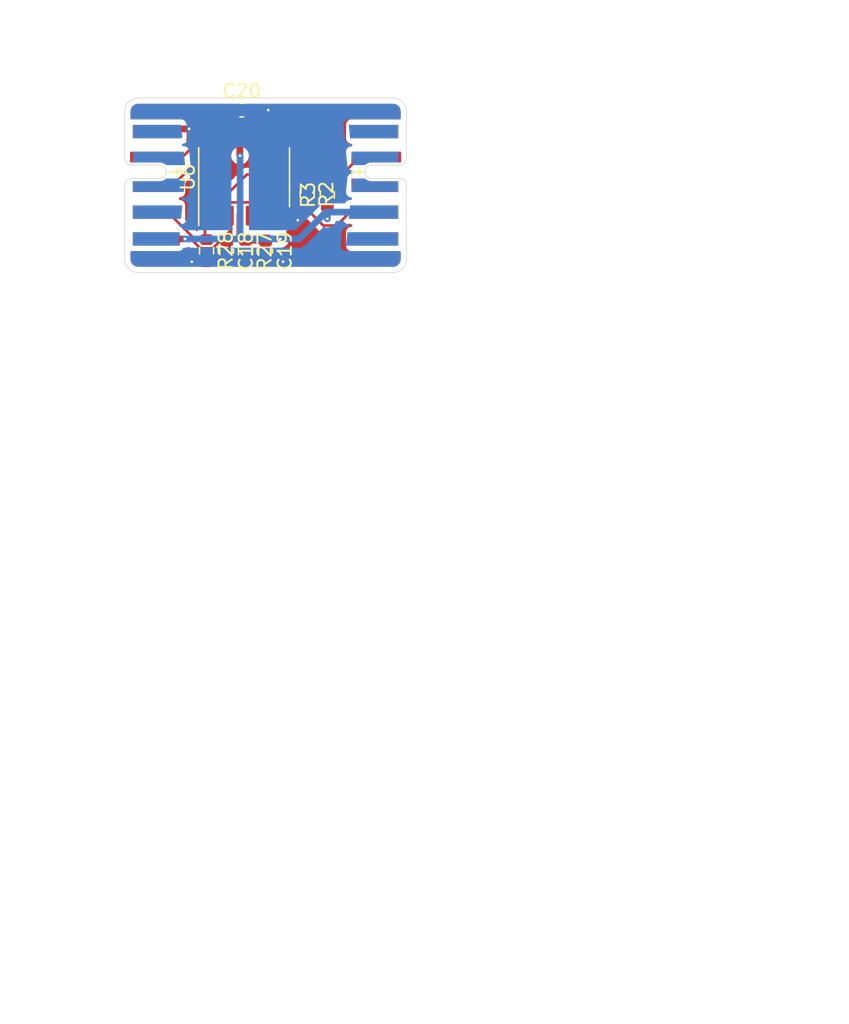
<source format=kicad_pcb>
(kicad_pcb (version 20171130) (host pcbnew "(5.1.10)-1")

  (general
    (thickness 1.6)
    (drawings 10)
    (tracks 86)
    (zones 0)
    (modules 10)
    (nets 9)
  )

  (page A4)
  (layers
    (0 F.Cu signal)
    (31 B.Cu signal)
    (32 B.Adhes user)
    (33 F.Adhes user)
    (34 B.Paste user)
    (35 F.Paste user)
    (36 B.SilkS user)
    (37 F.SilkS user)
    (38 B.Mask user)
    (39 F.Mask user)
    (40 Dwgs.User user)
    (41 Cmts.User user)
    (42 Eco1.User user)
    (43 Eco2.User user)
    (44 Edge.Cuts user)
    (45 Margin user)
    (46 B.CrtYd user)
    (47 F.CrtYd user)
    (48 B.Fab user)
    (49 F.Fab user)
  )

  (setup
    (last_trace_width 0.15)
    (user_trace_width 0.2)
    (user_trace_width 0.5)
    (trace_clearance 0.15)
    (zone_clearance 0.4)
    (zone_45_only no)
    (trace_min 0.15)
    (via_size 0.45)
    (via_drill 0.2)
    (via_min_size 0.45)
    (via_min_drill 0.2)
    (uvia_size 0.3)
    (uvia_drill 0.1)
    (uvias_allowed no)
    (uvia_min_size 0.2)
    (uvia_min_drill 0.1)
    (edge_width 0.05)
    (segment_width 0.2)
    (pcb_text_width 0.3)
    (pcb_text_size 1.5 1.5)
    (mod_edge_width 0.12)
    (mod_text_size 1 1)
    (mod_text_width 0.15)
    (pad_size 1.524 1.524)
    (pad_drill 0.762)
    (pad_to_mask_clearance 0.04)
    (solder_mask_min_width 0.1)
    (aux_axis_origin 0 0)
    (visible_elements 7FFFFFFF)
    (pcbplotparams
      (layerselection 0x010fc_ffffffff)
      (usegerberextensions false)
      (usegerberattributes false)
      (usegerberadvancedattributes false)
      (creategerberjobfile false)
      (excludeedgelayer true)
      (linewidth 0.100000)
      (plotframeref false)
      (viasonmask false)
      (mode 1)
      (useauxorigin false)
      (hpglpennumber 1)
      (hpglpenspeed 20)
      (hpglpendiameter 15.000000)
      (psnegative false)
      (psa4output false)
      (plotreference true)
      (plotvalue true)
      (plotinvisibletext false)
      (padsonsilk false)
      (subtractmaskfromsilk false)
      (outputformat 1)
      (mirror false)
      (drillshape 0)
      (scaleselection 1)
      (outputdirectory "gerber"))
  )

  (net 0 "")
  (net 1 GND)
  (net 2 /Controller/~reset)
  (net 3 +3V3)
  (net 4 /Controller/SWDIO)
  (net 5 /Controller/SWCLK)
  (net 6 /Controller/SDA)
  (net 7 /Controller/SCL)
  (net 8 "Net-(R28-Pad1)")

  (net_class Default "This is the default net class."
    (clearance 0.15)
    (trace_width 0.15)
    (via_dia 0.45)
    (via_drill 0.2)
    (uvia_dia 0.3)
    (uvia_drill 0.1)
    (add_net +3V3)
    (add_net /Controller/SCL)
    (add_net /Controller/SDA)
    (add_net /Controller/SWCLK)
    (add_net /Controller/SWDIO)
    (add_net /Controller/~reset)
    (add_net GND)
    (add_net "Net-(R28-Pad1)")
  )

  (module Resistor_SMD:R_0603_1608Metric (layer F.Cu) (tedit 5F68FEEE) (tstamp 6083883C)
    (at 83.1 85.375 270)
    (descr "Resistor SMD 0603 (1608 Metric), square (rectangular) end terminal, IPC_7351 nominal, (Body size source: IPC-SM-782 page 72, https://www.pcb-3d.com/wordpress/wp-content/uploads/ipc-sm-782a_amendment_1_and_2.pdf), generated with kicad-footprint-generator")
    (tags resistor)
    (path /6083C3A8/5F9075BA)
    (attr smd)
    (fp_text reference R28 (at 0 -1.43 90) (layer F.SilkS)
      (effects (font (size 1 1) (thickness 0.15)))
    )
    (fp_text value 10k (at 0 1.43 90) (layer F.Fab)
      (effects (font (size 1 1) (thickness 0.15)))
    )
    (fp_line (start 1.48 0.73) (end -1.48 0.73) (layer F.CrtYd) (width 0.05))
    (fp_line (start 1.48 -0.73) (end 1.48 0.73) (layer F.CrtYd) (width 0.05))
    (fp_line (start -1.48 -0.73) (end 1.48 -0.73) (layer F.CrtYd) (width 0.05))
    (fp_line (start -1.48 0.73) (end -1.48 -0.73) (layer F.CrtYd) (width 0.05))
    (fp_line (start -0.237258 0.5225) (end 0.237258 0.5225) (layer F.SilkS) (width 0.12))
    (fp_line (start -0.237258 -0.5225) (end 0.237258 -0.5225) (layer F.SilkS) (width 0.12))
    (fp_line (start 0.8 0.4125) (end -0.8 0.4125) (layer F.Fab) (width 0.1))
    (fp_line (start 0.8 -0.4125) (end 0.8 0.4125) (layer F.Fab) (width 0.1))
    (fp_line (start -0.8 -0.4125) (end 0.8 -0.4125) (layer F.Fab) (width 0.1))
    (fp_line (start -0.8 0.4125) (end -0.8 -0.4125) (layer F.Fab) (width 0.1))
    (fp_text user %R (at 0 0 90) (layer F.Fab)
      (effects (font (size 0.4 0.4) (thickness 0.06)))
    )
    (pad 2 smd roundrect (at 0.825 0 270) (size 0.8 0.95) (layers F.Cu F.Paste F.Mask) (roundrect_rratio 0.25)
      (net 1 GND))
    (pad 1 smd roundrect (at -0.825 0 270) (size 0.8 0.95) (layers F.Cu F.Paste F.Mask) (roundrect_rratio 0.25)
      (net 8 "Net-(R28-Pad1)"))
    (model ${KISYS3DMOD}/Resistor_SMD.3dshapes/R_0603_1608Metric.wrl
      (at (xyz 0 0 0))
      (scale (xyz 1 1 1))
      (rotate (xyz 0 0 0))
    )
  )

  (module Resistor_SMD:R_0603_1608Metric (layer F.Cu) (tedit 5F68FEEE) (tstamp 6083882B)
    (at 86 85.425 270)
    (descr "Resistor SMD 0603 (1608 Metric), square (rectangular) end terminal, IPC_7351 nominal, (Body size source: IPC-SM-782 page 72, https://www.pcb-3d.com/wordpress/wp-content/uploads/ipc-sm-782a_amendment_1_and_2.pdf), generated with kicad-footprint-generator")
    (tags resistor)
    (path /6083C3A8/5F905A62)
    (attr smd)
    (fp_text reference R27 (at 0 -1.43 90) (layer F.SilkS)
      (effects (font (size 1 1) (thickness 0.15)))
    )
    (fp_text value 2.2k (at 0 1.43 90) (layer F.Fab)
      (effects (font (size 1 1) (thickness 0.15)))
    )
    (fp_line (start 1.48 0.73) (end -1.48 0.73) (layer F.CrtYd) (width 0.05))
    (fp_line (start 1.48 -0.73) (end 1.48 0.73) (layer F.CrtYd) (width 0.05))
    (fp_line (start -1.48 -0.73) (end 1.48 -0.73) (layer F.CrtYd) (width 0.05))
    (fp_line (start -1.48 0.73) (end -1.48 -0.73) (layer F.CrtYd) (width 0.05))
    (fp_line (start -0.237258 0.5225) (end 0.237258 0.5225) (layer F.SilkS) (width 0.12))
    (fp_line (start -0.237258 -0.5225) (end 0.237258 -0.5225) (layer F.SilkS) (width 0.12))
    (fp_line (start 0.8 0.4125) (end -0.8 0.4125) (layer F.Fab) (width 0.1))
    (fp_line (start 0.8 -0.4125) (end 0.8 0.4125) (layer F.Fab) (width 0.1))
    (fp_line (start -0.8 -0.4125) (end 0.8 -0.4125) (layer F.Fab) (width 0.1))
    (fp_line (start -0.8 0.4125) (end -0.8 -0.4125) (layer F.Fab) (width 0.1))
    (fp_text user %R (at 0 0 90) (layer F.Fab)
      (effects (font (size 0.4 0.4) (thickness 0.06)))
    )
    (pad 2 smd roundrect (at 0.825 0 270) (size 0.8 0.95) (layers F.Cu F.Paste F.Mask) (roundrect_rratio 0.25)
      (net 2 /Controller/~reset))
    (pad 1 smd roundrect (at -0.825 0 270) (size 0.8 0.95) (layers F.Cu F.Paste F.Mask) (roundrect_rratio 0.25)
      (net 3 +3V3))
    (model ${KISYS3DMOD}/Resistor_SMD.3dshapes/R_0603_1608Metric.wrl
      (at (xyz 0 0 0))
      (scale (xyz 1 1 1))
      (rotate (xyz 0 0 0))
    )
  )

  (module Resistor_SMD:R_0603_1608Metric (layer F.Cu) (tedit 5F68FEEE) (tstamp 6083881A)
    (at 92.1 81.225 90)
    (descr "Resistor SMD 0603 (1608 Metric), square (rectangular) end terminal, IPC_7351 nominal, (Body size source: IPC-SM-782 page 72, https://www.pcb-3d.com/wordpress/wp-content/uploads/ipc-sm-782a_amendment_1_and_2.pdf), generated with kicad-footprint-generator")
    (tags resistor)
    (path /6083C3A8/5F9063F2)
    (attr smd)
    (fp_text reference R3 (at 0 -1.43 90) (layer F.SilkS)
      (effects (font (size 1 1) (thickness 0.15)))
    )
    (fp_text value 2.2k (at 0 1.43 90) (layer F.Fab)
      (effects (font (size 1 1) (thickness 0.15)))
    )
    (fp_line (start 1.48 0.73) (end -1.48 0.73) (layer F.CrtYd) (width 0.05))
    (fp_line (start 1.48 -0.73) (end 1.48 0.73) (layer F.CrtYd) (width 0.05))
    (fp_line (start -1.48 -0.73) (end 1.48 -0.73) (layer F.CrtYd) (width 0.05))
    (fp_line (start -1.48 0.73) (end -1.48 -0.73) (layer F.CrtYd) (width 0.05))
    (fp_line (start -0.237258 0.5225) (end 0.237258 0.5225) (layer F.SilkS) (width 0.12))
    (fp_line (start -0.237258 -0.5225) (end 0.237258 -0.5225) (layer F.SilkS) (width 0.12))
    (fp_line (start 0.8 0.4125) (end -0.8 0.4125) (layer F.Fab) (width 0.1))
    (fp_line (start 0.8 -0.4125) (end 0.8 0.4125) (layer F.Fab) (width 0.1))
    (fp_line (start -0.8 -0.4125) (end 0.8 -0.4125) (layer F.Fab) (width 0.1))
    (fp_line (start -0.8 0.4125) (end -0.8 -0.4125) (layer F.Fab) (width 0.1))
    (fp_text user %R (at 0 0 90) (layer F.Fab)
      (effects (font (size 0.4 0.4) (thickness 0.06)))
    )
    (pad 2 smd roundrect (at 0.825 0 90) (size 0.8 0.95) (layers F.Cu F.Paste F.Mask) (roundrect_rratio 0.25)
      (net 6 /Controller/SDA))
    (pad 1 smd roundrect (at -0.825 0 90) (size 0.8 0.95) (layers F.Cu F.Paste F.Mask) (roundrect_rratio 0.25)
      (net 3 +3V3))
    (model ${KISYS3DMOD}/Resistor_SMD.3dshapes/R_0603_1608Metric.wrl
      (at (xyz 0 0 0))
      (scale (xyz 1 1 1))
      (rotate (xyz 0 0 0))
    )
  )

  (module Resistor_SMD:R_0603_1608Metric (layer F.Cu) (tedit 5F68FEEE) (tstamp 60838809)
    (at 90.6 81.175 270)
    (descr "Resistor SMD 0603 (1608 Metric), square (rectangular) end terminal, IPC_7351 nominal, (Body size source: IPC-SM-782 page 72, https://www.pcb-3d.com/wordpress/wp-content/uploads/ipc-sm-782a_amendment_1_and_2.pdf), generated with kicad-footprint-generator")
    (tags resistor)
    (path /6083C3A8/5F906884)
    (attr smd)
    (fp_text reference R2 (at 0 -1.43 90) (layer F.SilkS)
      (effects (font (size 1 1) (thickness 0.15)))
    )
    (fp_text value 2.2k (at 0 1.43 90) (layer F.Fab)
      (effects (font (size 1 1) (thickness 0.15)))
    )
    (fp_line (start 1.48 0.73) (end -1.48 0.73) (layer F.CrtYd) (width 0.05))
    (fp_line (start 1.48 -0.73) (end 1.48 0.73) (layer F.CrtYd) (width 0.05))
    (fp_line (start -1.48 -0.73) (end 1.48 -0.73) (layer F.CrtYd) (width 0.05))
    (fp_line (start -1.48 0.73) (end -1.48 -0.73) (layer F.CrtYd) (width 0.05))
    (fp_line (start -0.237258 0.5225) (end 0.237258 0.5225) (layer F.SilkS) (width 0.12))
    (fp_line (start -0.237258 -0.5225) (end 0.237258 -0.5225) (layer F.SilkS) (width 0.12))
    (fp_line (start 0.8 0.4125) (end -0.8 0.4125) (layer F.Fab) (width 0.1))
    (fp_line (start 0.8 -0.4125) (end 0.8 0.4125) (layer F.Fab) (width 0.1))
    (fp_line (start -0.8 -0.4125) (end 0.8 -0.4125) (layer F.Fab) (width 0.1))
    (fp_line (start -0.8 0.4125) (end -0.8 -0.4125) (layer F.Fab) (width 0.1))
    (fp_text user %R (at 0 0 90) (layer F.Fab)
      (effects (font (size 0.4 0.4) (thickness 0.06)))
    )
    (pad 2 smd roundrect (at 0.825 0 270) (size 0.8 0.95) (layers F.Cu F.Paste F.Mask) (roundrect_rratio 0.25)
      (net 7 /Controller/SCL))
    (pad 1 smd roundrect (at -0.825 0 270) (size 0.8 0.95) (layers F.Cu F.Paste F.Mask) (roundrect_rratio 0.25)
      (net 3 +3V3))
    (model ${KISYS3DMOD}/Resistor_SMD.3dshapes/R_0603_1608Metric.wrl
      (at (xyz 0 0 0))
      (scale (xyz 1 1 1))
      (rotate (xyz 0 0 0))
    )
  )

  (module Capacitor_SMD:C_0603_1608Metric (layer F.Cu) (tedit 5F68FEEE) (tstamp 608387B8)
    (at 85.725 74.9)
    (descr "Capacitor SMD 0603 (1608 Metric), square (rectangular) end terminal, IPC_7351 nominal, (Body size source: IPC-SM-782 page 76, https://www.pcb-3d.com/wordpress/wp-content/uploads/ipc-sm-782a_amendment_1_and_2.pdf), generated with kicad-footprint-generator")
    (tags capacitor)
    (path /6083C3A8/5F9086D7)
    (attr smd)
    (fp_text reference C20 (at 0 -1.43) (layer F.SilkS)
      (effects (font (size 1 1) (thickness 0.15)))
    )
    (fp_text value 100nF (at 0 1.43) (layer F.Fab)
      (effects (font (size 1 1) (thickness 0.15)))
    )
    (fp_line (start 1.48 0.73) (end -1.48 0.73) (layer F.CrtYd) (width 0.05))
    (fp_line (start 1.48 -0.73) (end 1.48 0.73) (layer F.CrtYd) (width 0.05))
    (fp_line (start -1.48 -0.73) (end 1.48 -0.73) (layer F.CrtYd) (width 0.05))
    (fp_line (start -1.48 0.73) (end -1.48 -0.73) (layer F.CrtYd) (width 0.05))
    (fp_line (start -0.14058 0.51) (end 0.14058 0.51) (layer F.SilkS) (width 0.12))
    (fp_line (start -0.14058 -0.51) (end 0.14058 -0.51) (layer F.SilkS) (width 0.12))
    (fp_line (start 0.8 0.4) (end -0.8 0.4) (layer F.Fab) (width 0.1))
    (fp_line (start 0.8 -0.4) (end 0.8 0.4) (layer F.Fab) (width 0.1))
    (fp_line (start -0.8 -0.4) (end 0.8 -0.4) (layer F.Fab) (width 0.1))
    (fp_line (start -0.8 0.4) (end -0.8 -0.4) (layer F.Fab) (width 0.1))
    (fp_text user %R (at 0 0) (layer F.Fab)
      (effects (font (size 0.4 0.4) (thickness 0.06)))
    )
    (pad 2 smd roundrect (at 0.775 0) (size 0.9 0.95) (layers F.Cu F.Paste F.Mask) (roundrect_rratio 0.25)
      (net 1 GND))
    (pad 1 smd roundrect (at -0.775 0) (size 0.9 0.95) (layers F.Cu F.Paste F.Mask) (roundrect_rratio 0.25)
      (net 3 +3V3))
    (model ${KISYS3DMOD}/Capacitor_SMD.3dshapes/C_0603_1608Metric.wrl
      (at (xyz 0 0 0))
      (scale (xyz 1 1 1))
      (rotate (xyz 0 0 0))
    )
  )

  (module Capacitor_SMD:C_0603_1608Metric (layer F.Cu) (tedit 5F68FEEE) (tstamp 608387A7)
    (at 87.5 85.4 270)
    (descr "Capacitor SMD 0603 (1608 Metric), square (rectangular) end terminal, IPC_7351 nominal, (Body size source: IPC-SM-782 page 76, https://www.pcb-3d.com/wordpress/wp-content/uploads/ipc-sm-782a_amendment_1_and_2.pdf), generated with kicad-footprint-generator")
    (tags capacitor)
    (path /6083C3A8/5F90831D)
    (attr smd)
    (fp_text reference C19 (at 0 -1.43 90) (layer F.SilkS)
      (effects (font (size 1 1) (thickness 0.15)))
    )
    (fp_text value 100nF (at 0 1.43 90) (layer F.Fab)
      (effects (font (size 1 1) (thickness 0.15)))
    )
    (fp_line (start 1.48 0.73) (end -1.48 0.73) (layer F.CrtYd) (width 0.05))
    (fp_line (start 1.48 -0.73) (end 1.48 0.73) (layer F.CrtYd) (width 0.05))
    (fp_line (start -1.48 -0.73) (end 1.48 -0.73) (layer F.CrtYd) (width 0.05))
    (fp_line (start -1.48 0.73) (end -1.48 -0.73) (layer F.CrtYd) (width 0.05))
    (fp_line (start -0.14058 0.51) (end 0.14058 0.51) (layer F.SilkS) (width 0.12))
    (fp_line (start -0.14058 -0.51) (end 0.14058 -0.51) (layer F.SilkS) (width 0.12))
    (fp_line (start 0.8 0.4) (end -0.8 0.4) (layer F.Fab) (width 0.1))
    (fp_line (start 0.8 -0.4) (end 0.8 0.4) (layer F.Fab) (width 0.1))
    (fp_line (start -0.8 -0.4) (end 0.8 -0.4) (layer F.Fab) (width 0.1))
    (fp_line (start -0.8 0.4) (end -0.8 -0.4) (layer F.Fab) (width 0.1))
    (fp_text user %R (at 0 0 90) (layer F.Fab)
      (effects (font (size 0.4 0.4) (thickness 0.06)))
    )
    (pad 2 smd roundrect (at 0.775 0 270) (size 0.9 0.95) (layers F.Cu F.Paste F.Mask) (roundrect_rratio 0.25)
      (net 1 GND))
    (pad 1 smd roundrect (at -0.775 0 270) (size 0.9 0.95) (layers F.Cu F.Paste F.Mask) (roundrect_rratio 0.25)
      (net 3 +3V3))
    (model ${KISYS3DMOD}/Capacitor_SMD.3dshapes/C_0603_1608Metric.wrl
      (at (xyz 0 0 0))
      (scale (xyz 1 1 1))
      (rotate (xyz 0 0 0))
    )
  )

  (module Capacitor_SMD:C_0603_1608Metric (layer F.Cu) (tedit 5F68FEEE) (tstamp 60838796)
    (at 84.6 85.4 270)
    (descr "Capacitor SMD 0603 (1608 Metric), square (rectangular) end terminal, IPC_7351 nominal, (Body size source: IPC-SM-782 page 76, https://www.pcb-3d.com/wordpress/wp-content/uploads/ipc-sm-782a_amendment_1_and_2.pdf), generated with kicad-footprint-generator")
    (tags capacitor)
    (path /6083C3A8/5F903CFD)
    (attr smd)
    (fp_text reference C18 (at 0 -1.43 90) (layer F.SilkS)
      (effects (font (size 1 1) (thickness 0.15)))
    )
    (fp_text value 100nF (at 0 1.43 90) (layer F.Fab)
      (effects (font (size 1 1) (thickness 0.15)))
    )
    (fp_line (start 1.48 0.73) (end -1.48 0.73) (layer F.CrtYd) (width 0.05))
    (fp_line (start 1.48 -0.73) (end 1.48 0.73) (layer F.CrtYd) (width 0.05))
    (fp_line (start -1.48 -0.73) (end 1.48 -0.73) (layer F.CrtYd) (width 0.05))
    (fp_line (start -1.48 0.73) (end -1.48 -0.73) (layer F.CrtYd) (width 0.05))
    (fp_line (start -0.14058 0.51) (end 0.14058 0.51) (layer F.SilkS) (width 0.12))
    (fp_line (start -0.14058 -0.51) (end 0.14058 -0.51) (layer F.SilkS) (width 0.12))
    (fp_line (start 0.8 0.4) (end -0.8 0.4) (layer F.Fab) (width 0.1))
    (fp_line (start 0.8 -0.4) (end 0.8 0.4) (layer F.Fab) (width 0.1))
    (fp_line (start -0.8 -0.4) (end 0.8 -0.4) (layer F.Fab) (width 0.1))
    (fp_line (start -0.8 0.4) (end -0.8 -0.4) (layer F.Fab) (width 0.1))
    (fp_text user %R (at 0 0 90) (layer F.Fab)
      (effects (font (size 0.4 0.4) (thickness 0.06)))
    )
    (pad 2 smd roundrect (at 0.775 0 270) (size 0.9 0.95) (layers F.Cu F.Paste F.Mask) (roundrect_rratio 0.25)
      (net 1 GND))
    (pad 1 smd roundrect (at -0.775 0 270) (size 0.9 0.95) (layers F.Cu F.Paste F.Mask) (roundrect_rratio 0.25)
      (net 2 /Controller/~reset))
    (model ${KISYS3DMOD}/Capacitor_SMD.3dshapes/C_0603_1608Metric.wrl
      (at (xyz 0 0 0))
      (scale (xyz 1 1 1))
      (rotate (xyz 0 0 0))
    )
  )

  (module Package_SO:TSSOP-20_4.4x6.5mm_P0.65mm (layer F.Cu) (tedit 5E476F32) (tstamp 60838862)
    (at 85.9 79.9 90)
    (descr "TSSOP, 20 Pin (JEDEC MO-153 Var AC https://www.jedec.org/document_search?search_api_views_fulltext=MO-153), generated with kicad-footprint-generator ipc_gullwing_generator.py")
    (tags "TSSOP SO")
    (path /6083C3A8/5F9012AA)
    (attr smd)
    (fp_text reference U6 (at 0 -4.2 90) (layer F.SilkS)
      (effects (font (size 1 1) (thickness 0.15)))
    )
    (fp_text value STM32F042F6Px (at 0 4.2 90) (layer F.Fab)
      (effects (font (size 1 1) (thickness 0.15)))
    )
    (fp_line (start 3.85 -3.5) (end -3.85 -3.5) (layer F.CrtYd) (width 0.05))
    (fp_line (start 3.85 3.5) (end 3.85 -3.5) (layer F.CrtYd) (width 0.05))
    (fp_line (start -3.85 3.5) (end 3.85 3.5) (layer F.CrtYd) (width 0.05))
    (fp_line (start -3.85 -3.5) (end -3.85 3.5) (layer F.CrtYd) (width 0.05))
    (fp_line (start -2.2 -2.25) (end -1.2 -3.25) (layer F.Fab) (width 0.1))
    (fp_line (start -2.2 3.25) (end -2.2 -2.25) (layer F.Fab) (width 0.1))
    (fp_line (start 2.2 3.25) (end -2.2 3.25) (layer F.Fab) (width 0.1))
    (fp_line (start 2.2 -3.25) (end 2.2 3.25) (layer F.Fab) (width 0.1))
    (fp_line (start -1.2 -3.25) (end 2.2 -3.25) (layer F.Fab) (width 0.1))
    (fp_line (start 0 -3.385) (end -3.6 -3.385) (layer F.SilkS) (width 0.12))
    (fp_line (start 0 -3.385) (end 2.2 -3.385) (layer F.SilkS) (width 0.12))
    (fp_line (start 0 3.385) (end -2.2 3.385) (layer F.SilkS) (width 0.12))
    (fp_line (start 0 3.385) (end 2.2 3.385) (layer F.SilkS) (width 0.12))
    (fp_text user %R (at 0 0 90) (layer F.Fab)
      (effects (font (size 1 1) (thickness 0.15)))
    )
    (pad 20 smd roundrect (at 2.8625 -2.925 90) (size 1.475 0.4) (layers F.Cu F.Paste F.Mask) (roundrect_rratio 0.25)
      (net 5 /Controller/SWCLK))
    (pad 19 smd roundrect (at 2.8625 -2.275 90) (size 1.475 0.4) (layers F.Cu F.Paste F.Mask) (roundrect_rratio 0.25)
      (net 4 /Controller/SWDIO))
    (pad 18 smd roundrect (at 2.8625 -1.625 90) (size 1.475 0.4) (layers F.Cu F.Paste F.Mask) (roundrect_rratio 0.25))
    (pad 17 smd roundrect (at 2.8625 -0.975 90) (size 1.475 0.4) (layers F.Cu F.Paste F.Mask) (roundrect_rratio 0.25))
    (pad 16 smd roundrect (at 2.8625 -0.325 90) (size 1.475 0.4) (layers F.Cu F.Paste F.Mask) (roundrect_rratio 0.25)
      (net 3 +3V3))
    (pad 15 smd roundrect (at 2.8625 0.325 90) (size 1.475 0.4) (layers F.Cu F.Paste F.Mask) (roundrect_rratio 0.25)
      (net 1 GND))
    (pad 14 smd roundrect (at 2.8625 0.975 90) (size 1.475 0.4) (layers F.Cu F.Paste F.Mask) (roundrect_rratio 0.25))
    (pad 13 smd roundrect (at 2.8625 1.625 90) (size 1.475 0.4) (layers F.Cu F.Paste F.Mask) (roundrect_rratio 0.25))
    (pad 12 smd roundrect (at 2.8625 2.275 90) (size 1.475 0.4) (layers F.Cu F.Paste F.Mask) (roundrect_rratio 0.25))
    (pad 11 smd roundrect (at 2.8625 2.925 90) (size 1.475 0.4) (layers F.Cu F.Paste F.Mask) (roundrect_rratio 0.25))
    (pad 10 smd roundrect (at -2.8625 2.925 90) (size 1.475 0.4) (layers F.Cu F.Paste F.Mask) (roundrect_rratio 0.25))
    (pad 9 smd roundrect (at -2.8625 2.275 90) (size 1.475 0.4) (layers F.Cu F.Paste F.Mask) (roundrect_rratio 0.25))
    (pad 8 smd roundrect (at -2.8625 1.625 90) (size 1.475 0.4) (layers F.Cu F.Paste F.Mask) (roundrect_rratio 0.25))
    (pad 7 smd roundrect (at -2.8625 0.975 90) (size 1.475 0.4) (layers F.Cu F.Paste F.Mask) (roundrect_rratio 0.25))
    (pad 6 smd roundrect (at -2.8625 0.325 90) (size 1.475 0.4) (layers F.Cu F.Paste F.Mask) (roundrect_rratio 0.25))
    (pad 5 smd roundrect (at -2.8625 -0.325 90) (size 1.475 0.4) (layers F.Cu F.Paste F.Mask) (roundrect_rratio 0.25)
      (net 3 +3V3))
    (pad 4 smd roundrect (at -2.8625 -0.975 90) (size 1.475 0.4) (layers F.Cu F.Paste F.Mask) (roundrect_rratio 0.25)
      (net 2 /Controller/~reset))
    (pad 3 smd roundrect (at -2.8625 -1.625 90) (size 1.475 0.4) (layers F.Cu F.Paste F.Mask) (roundrect_rratio 0.25)
      (net 7 /Controller/SCL))
    (pad 2 smd roundrect (at -2.8625 -2.275 90) (size 1.475 0.4) (layers F.Cu F.Paste F.Mask) (roundrect_rratio 0.25)
      (net 6 /Controller/SDA))
    (pad 1 smd roundrect (at -2.8625 -2.925 90) (size 1.475 0.4) (layers F.Cu F.Paste F.Mask) (roundrect_rratio 0.25)
      (net 8 "Net-(R28-Pad1)"))
    (model ${KISYS3DMOD}/Package_SO.3dshapes/TSSOP-20_4.4x6.5mm_P0.65mm.wrl
      (at (xyz 0 0 0))
      (scale (xyz 1 1 1))
      (rotate (xyz 0 0 0))
    )
  )

  (module on_edge:on_edge_2x05_host (layer F.Cu) (tedit 607DF692) (tstamp 608387F8)
    (at 98 80.5 270)
    (path /6083902B)
    (attr virtual)
    (fp_text reference J2 (at 0.05 -3.2 180 unlocked) (layer F.Fab)
      (effects (font (size 0.5 0.5) (thickness 0.125)))
    )
    (fp_text value 001_I2C (at -1.2 -2 90) (layer F.Fab)
      (effects (font (size 1 1) (thickness 0.15)))
    )
    (fp_line (start -1 4.05) (end -1 3.323) (layer F.SilkS) (width 0.153))
    (fp_line (start -0.8 3.523) (end -1 3.323) (layer F.SilkS) (width 0.153))
    (fp_line (start -1 3.323) (end -1.2 3.523) (layer F.SilkS) (width 0.153))
    (fp_line (start -1.5 0.5) (end -1.5 2.6) (layer Edge.Cuts) (width 0.05))
    (fp_line (start -0.5 2.6) (end -0.5 0.5) (layer Edge.Cuts) (width 0.05))
    (fp_line (start -4 0) (end -2 0) (layer Edge.Cuts) (width 0.05))
    (fp_line (start 0 0) (end 4 0) (layer Edge.Cuts) (width 0.05))
    (fp_line (start -5 5) (end 5 5) (layer F.CrtYd) (width 0.05))
    (fp_line (start 5 5) (end 5 -0.5) (layer F.CrtYd) (width 0.05))
    (fp_line (start 5 -0.5) (end -5 -0.5) (layer F.CrtYd) (width 0.05))
    (fp_line (start -5 -0.5) (end -5 5) (layer F.CrtYd) (width 0.05))
    (fp_line (start 5 5) (end -5 5) (layer B.CrtYd) (width 0.05))
    (fp_line (start -5 5) (end -5 -0.5) (layer B.CrtYd) (width 0.05))
    (fp_line (start -5 -0.5) (end 5 -0.5) (layer B.CrtYd) (width 0.05))
    (fp_line (start 5 -0.5) (end 5 5) (layer B.CrtYd) (width 0.05))
    (fp_arc (start 0 0.5) (end 0 0) (angle -90) (layer Edge.Cuts) (width 0.05))
    (fp_arc (start -2 0.5) (end -1.5 0.5) (angle -90) (layer Edge.Cuts) (width 0.05))
    (fp_arc (start -1 2.6) (end -1.5 2.6) (angle -180) (layer Edge.Cuts) (width 0.05))
    (pad 2 smd custom (at -2 3.6 270) (size 1 1) (layers F.Cu F.Mask)
      (net 6 /Controller/SDA) (zone_connect 0)
      (options (clearance outline) (anchor rect))
      (primitives
        (gr_poly (pts
           (xy 0.3 -0.99) (xy 0.31 -0.88) (xy 0.33 -0.8) (xy 0.35 -0.74) (xy 0.37 -0.69)
           (xy 0.4 -0.64) (xy 0.44 -0.58) (xy 0.48 -0.53) (xy 0.5 -0.51) (xy 0.5 0.5)
           (xy -0.5 0.5) (xy -0.5 -3.2) (xy 0.3 -3.2)) (width 0))
      ))
    (pad 3 smd custom (at 0 3.6 270) (size 1 1) (layers F.Cu F.Mask)
      (zone_connect 0)
      (options (clearance outline) (anchor rect))
      (primitives
        (gr_poly (pts
           (xy -0.3 -0.99) (xy -0.31 -0.88) (xy -0.33 -0.8) (xy -0.35 -0.74) (xy -0.37 -0.69)
           (xy -0.4 -0.64) (xy -0.44 -0.58) (xy -0.48 -0.53) (xy -0.5 -0.51) (xy -0.5 0.5)
           (xy 0.5 0.5) (xy 0.5 -3) (xy -0.3 -3)) (width 0))
      ))
    (pad 8 smd custom (at 0 2.1 90) (size 0.4 0.4) (layers B.Cu B.Mask)
      (zone_connect 0)
      (options (clearance outline) (anchor rect))
      (primitives
        (gr_poly (pts
           (xy 0.3 -0.51) (xy 0.31 -0.62) (xy 0.33 -0.7) (xy 0.35 -0.76) (xy 0.37 -0.81)
           (xy 0.4 -0.86) (xy 0.44 -0.92) (xy 0.48 -0.97) (xy 0.5 -0.99) (xy 0.5 -1.9)
           (xy -0.5 -2) (xy -0.5 1.5) (xy 0.3 1.5)) (width 0))
      ))
    (pad 7 smd custom (at -2 2.1 90) (size 0.4 0.4) (layers B.Cu B.Mask)
      (zone_connect 0)
      (options (clearance outline) (anchor rect))
      (primitives
        (gr_poly (pts
           (xy -0.3 -0.51) (xy -0.31 -0.62) (xy -0.33 -0.7) (xy -0.35 -0.76) (xy -0.37 -0.81)
           (xy -0.4 -0.86) (xy -0.44 -0.92) (xy -0.48 -0.97) (xy -0.5 -0.99) (xy -0.5 -1.9)
           (xy 0.5 -2) (xy 0.5 1.5) (xy -0.3 1.5)) (width 0))
      ))
    (pad 4 smd rect (at 2 2.35 270) (size 1 3.5) (layers F.Cu F.Mask)
      (net 7 /Controller/SCL) (zone_connect 0))
    (pad 10 smd custom (at 4 2.5 90) (size 1 3.8) (layers B.Cu B.Mask)
      (zone_connect 0)
      (options (clearance outline) (anchor rect))
      (primitives
        (gr_poly (pts
           (xy 0.5 -1.9) (xy -0.5 -2) (xy -0.5 -1.9)) (width 0))
      ))
    (pad 9 smd custom (at 2 2.4 90) (size 1 3.6) (layers B.Cu B.Mask)
      (net 3 +3V3) (zone_connect 0)
      (options (clearance outline) (anchor rect))
      (primitives
        (gr_poly (pts
           (xy 0.5 -1.8) (xy -0.5 -1.9) (xy -0.5 -1.8)) (width 0))
      ))
    (pad 6 smd custom (at -4 2.4 90) (size 1 3.6) (layers B.Cu B.Mask)
      (zone_connect 0)
      (options (clearance outline) (anchor rect))
      (primitives
        (gr_poly (pts
           (xy 0.5 -1.8) (xy 0.5 -1.9) (xy -0.5 -1.8)) (width 0))
      ))
    (pad 5 smd rect (at 4 2.35 270) (size 1 3.5) (layers F.Cu F.Mask)
      (zone_connect 0))
    (pad 1 smd rect (at -4 2.35 270) (size 1 3.5) (layers F.Cu F.Mask)
      (zone_connect 0))
  )

  (module on_edge:on_edge_2x05_device (layer F.Cu) (tedit 607DF540) (tstamp 608387D8)
    (at 77 80.5 270)
    (path /60838655)
    (attr virtual)
    (fp_text reference J1 (at 0 1.2 270 unlocked) (layer F.Fab)
      (effects (font (size 0.5 0.5) (thickness 0.05)))
    )
    (fp_text value DebugEdge_02x05 (at 0 2 270 unlocked) (layer F.Fab)
      (effects (font (size 0.5 0.5) (thickness 0.05)))
    )
    (fp_line (start 5 0.5) (end 5 -5) (layer B.CrtYd) (width 0.05))
    (fp_line (start -5 0.5) (end 5 0.5) (layer B.CrtYd) (width 0.05))
    (fp_line (start -5 -5) (end -5 0.5) (layer B.CrtYd) (width 0.05))
    (fp_line (start 5 -5) (end -5 -5) (layer B.CrtYd) (width 0.05))
    (fp_line (start -5 0.5) (end -5 -5) (layer F.CrtYd) (width 0.05))
    (fp_line (start 5 0.5) (end -5 0.5) (layer F.CrtYd) (width 0.05))
    (fp_line (start 5 -5) (end 5 0.5) (layer F.CrtYd) (width 0.05))
    (fp_line (start -5 -5) (end 5 -5) (layer F.CrtYd) (width 0.05))
    (fp_line (start 0 0) (end 4 0) (layer Edge.Cuts) (width 0.05))
    (fp_line (start -4 0) (end -2 0) (layer Edge.Cuts) (width 0.05))
    (fp_line (start -1 -4.05) (end -1 -3.323) (layer F.SilkS) (width 0.153))
    (fp_line (start -1 -4.05) (end -0.8 -3.85) (layer F.SilkS) (width 0.153))
    (fp_line (start -1.2 -3.85) (end -1 -4.05) (layer F.SilkS) (width 0.153))
    (fp_line (start -0.5 -0.5) (end -0.5 -2.6) (layer Edge.Cuts) (width 0.05))
    (fp_line (start -1.5 -2.6) (end -1.5 -0.5) (layer Edge.Cuts) (width 0.05))
    (fp_arc (start -2 -0.5) (end -2 0) (angle -90) (layer Edge.Cuts) (width 0.05))
    (fp_arc (start 0 -0.5) (end -0.5 -0.5) (angle -90) (layer Edge.Cuts) (width 0.05))
    (fp_arc (start -1 -2.6) (end -0.5 -2.6) (angle -180) (layer Edge.Cuts) (width 0.05))
    (pad 2 smd custom (at -2 -3.6 270) (size 1 1) (layers F.Cu F.Mask)
      (net 4 /Controller/SWDIO) (zone_connect 0)
      (options (clearance outline) (anchor rect))
      (primitives
        (gr_poly (pts
           (xy 0.3 1) (xy 0.31 0.89) (xy 0.33 0.81) (xy 0.35 0.75) (xy 0.37 0.7)
           (xy 0.4 0.65) (xy 0.44 0.59) (xy 0.48 0.54) (xy 0.5 0.52) (xy 0.5 -0.5)
           (xy -0.5 -0.5) (xy -0.5 3.2) (xy 0.3 3.2)) (width 0))
      ))
    (pad 3 smd custom (at 0 -3.6 270) (size 1 1) (layers F.Cu F.Mask)
      (net 5 /Controller/SWCLK) (zone_connect 0)
      (options (clearance outline) (anchor rect))
      (primitives
        (gr_poly (pts
           (xy -0.3 1) (xy -0.31 0.89) (xy -0.33 0.81) (xy -0.35 0.75) (xy -0.37 0.7)
           (xy -0.4 0.65) (xy -0.44 0.59) (xy -0.48 0.54) (xy -0.5 0.52) (xy -0.5 -0.5)
           (xy 0.5 -0.5) (xy 0.5 3) (xy -0.3 3)) (width 0))
      ))
    (pad 8 smd custom (at 0 -2.1 270) (size 0.4 0.4) (layers B.Cu B.Mask)
      (zone_connect 0)
      (options (clearance outline) (anchor rect))
      (primitives
        (gr_poly (pts
           (xy -0.3 -0.51) (xy -0.31 -0.62) (xy -0.33 -0.7) (xy -0.35 -0.76) (xy -0.37 -0.81)
           (xy -0.4 -0.86) (xy -0.44 -0.92) (xy -0.48 -0.97) (xy -0.5 -0.99) (xy -0.5 -2.4)
           (xy 0.5 -2.3) (xy 0.5 1.5) (xy -0.3 1.5)) (width 0))
      ))
    (pad 7 smd custom (at -2 -2.1 270) (size 0.4 0.4) (layers B.Cu B.Mask)
      (zone_connect 0)
      (options (clearance outline) (anchor rect))
      (primitives
        (gr_poly (pts
           (xy 0.3 -0.51) (xy 0.31 -0.62) (xy 0.33 -0.7) (xy 0.35 -0.76) (xy 0.37 -0.81)
           (xy 0.4 -0.86) (xy 0.44 -0.92) (xy 0.48 -0.97) (xy 0.5 -0.99) (xy 0.5 -2.4)
           (xy -0.5 -2.3) (xy -0.5 1.5) (xy 0.3 1.5)) (width 0))
      ))
    (pad 10 smd custom (at 4 -2.3 270) (size 1 3.4) (layers B.Cu B.Mask)
      (zone_connect 0)
      (options (clearance outline) (anchor rect))
      (primitives
        (gr_poly (pts
           (xy -0.5 -1.7) (xy -0.5 -1.8) (xy 0.5 -1.7)) (width 0))
      ))
    (pad 9 smd custom (at 2 -2.4 270) (size 1 3.6) (layers B.Cu B.Mask)
      (zone_connect 0)
      (options (clearance outline) (anchor rect))
      (primitives
        (gr_poly (pts
           (xy -0.5 -1.8) (xy -0.5 -1.9) (xy 0.5 -1.8)) (width 0))
      ))
    (pad 6 smd custom (at -4 -2.4 270) (size 1 3.6) (layers B.Cu B.Mask)
      (zone_connect 0)
      (options (clearance outline) (anchor rect))
      (primitives
        (gr_poly (pts
           (xy 0.5 -1.8) (xy 0.5 -1.9) (xy -0.5 -1.8)) (width 0))
      ))
    (pad 5 smd rect (at 4 -2.35 90) (size 1 3.5) (layers F.Cu F.Mask)
      (net 3 +3V3) (zone_connect 0))
    (pad 1 smd rect (at -4 -2.35 90) (size 1 3.5) (layers F.Cu F.Mask)
      (net 1 GND) (zone_connect 0))
    (pad 4 smd rect (at 2 -2.35 90) (size 1 3.5) (layers F.Cu F.Mask)
      (net 2 /Controller/~reset) (zone_connect 0))
  )

  (gr_line (start 77 86) (end 77 84.5) (layer Edge.Cuts) (width 0.05))
  (gr_line (start 98 76.5) (end 98 75) (layer Edge.Cuts) (width 0.05) (tstamp 6083D7CB))
  (gr_line (start 98 86) (end 98 84.5) (layer Edge.Cuts) (width 0.05))
  (gr_line (start 97 74) (end 78 74) (layer Edge.Cuts) (width 0.05) (tstamp 6083D74C))
  (gr_line (start 77 76.5) (end 77 75) (layer Edge.Cuts) (width 0.05) (tstamp 6083704E))
  (gr_line (start 97 87) (end 78 87) (layer Edge.Cuts) (width 0.05) (tstamp 6083704D))
  (gr_arc (start 78 86) (end 77 86) (angle -90) (layer Edge.Cuts) (width 0.05))
  (gr_arc (start 97 86) (end 97 87) (angle -90) (layer Edge.Cuts) (width 0.05))
  (gr_arc (start 78 75) (end 78 74) (angle -90) (layer Edge.Cuts) (width 0.05))
  (gr_arc (start 97 75) (end 98 75) (angle -90) (layer Edge.Cuts) (width 0.05))

  (via (at 88.8 86.2) (size 0.45) (drill 0.2) (layers F.Cu B.Cu) (net 1))
  (segment (start 88.775 86.175) (end 88.8 86.2) (width 0.5) (layer F.Cu) (net 1))
  (segment (start 87.5 86.175) (end 88.775 86.175) (width 0.5) (layer F.Cu) (net 1))
  (via (at 82 86.2) (size 0.45) (drill 0.2) (layers F.Cu B.Cu) (net 1))
  (segment (start 88.8 86.2) (end 82 86.2) (width 0.5) (layer B.Cu) (net 1))
  (segment (start 84.575 86.2) (end 84.6 86.175) (width 0.5) (layer F.Cu) (net 1))
  (segment (start 82 86.2) (end 84.575 86.2) (width 0.5) (layer F.Cu) (net 1))
  (segment (start 86.225 75.175) (end 86.5 74.9) (width 0.5) (layer F.Cu) (net 1))
  (segment (start 86.225 77.0375) (end 86.225 75.175) (width 0.5) (layer F.Cu) (net 1))
  (via (at 87.7 74.9) (size 0.45) (drill 0.2) (layers F.Cu B.Cu) (net 1))
  (segment (start 86.5 74.9) (end 87.7 74.9) (width 0.5) (layer F.Cu) (net 1))
  (segment (start 87.7 74.9) (end 83.2 74.9) (width 0.5) (layer B.Cu) (net 1))
  (via (at 81.8 76.3) (size 0.45) (drill 0.2) (layers F.Cu B.Cu) (net 1))
  (segment (start 83.2 74.9) (end 81.8 76.3) (width 0.5) (layer B.Cu) (net 1))
  (segment (start 79.55 76.3) (end 79.35 76.5) (width 0.5) (layer F.Cu) (net 1))
  (segment (start 81.8 76.3) (end 79.55 76.3) (width 0.5) (layer F.Cu) (net 1))
  (via (at 89.9 83.1) (size 0.45) (drill 0.2) (layers F.Cu B.Cu) (net 1))
  (segment (start 89.9 85.1) (end 89.9 83.1) (width 0.5) (layer F.Cu) (net 1))
  (segment (start 88.8 86.2) (end 89.9 85.1) (width 0.5) (layer F.Cu) (net 1))
  (segment (start 89.9 77.1) (end 87.7 74.9) (width 0.5) (layer B.Cu) (net 1))
  (segment (start 89.9 83.1) (end 89.9 77.1) (width 0.5) (layer B.Cu) (net 1))
  (segment (start 84.925 84.3) (end 84.6 84.625) (width 0.2) (layer F.Cu) (net 2))
  (segment (start 84.925 82.7625) (end 84.925 84.3) (width 0.2) (layer F.Cu) (net 2))
  (segment (start 84.6 84.85) (end 86 86.25) (width 0.2) (layer F.Cu) (net 2))
  (segment (start 84.6 84.625) (end 84.6 84.85) (width 0.2) (layer F.Cu) (net 2))
  (segment (start 80.20712 82.5) (end 79.35 82.5) (width 0.2) (layer F.Cu) (net 2))
  (segment (start 82.00001 84.29289) (end 80.20712 82.5) (width 0.2) (layer F.Cu) (net 2))
  (segment (start 82.00001 84.561422) (end 82.00001 84.29289) (width 0.2) (layer F.Cu) (net 2))
  (segment (start 83.561402 85.20001) (end 82.638598 85.20001) (width 0.2) (layer F.Cu) (net 2))
  (segment (start 84.925 83.836412) (end 83.561402 85.20001) (width 0.2) (layer F.Cu) (net 2))
  (segment (start 82.638598 85.20001) (end 82.00001 84.561422) (width 0.2) (layer F.Cu) (net 2))
  (segment (start 84.925 82.7625) (end 84.925 83.836412) (width 0.2) (layer F.Cu) (net 2))
  (segment (start 85.575 84.175) (end 86 84.6) (width 0.5) (layer F.Cu) (net 3))
  (segment (start 85.575 82.7625) (end 85.575 84.175) (width 0.5) (layer F.Cu) (net 3))
  (segment (start 87.475 84.6) (end 87.5 84.625) (width 0.5) (layer F.Cu) (net 3))
  (segment (start 86 84.6) (end 87.475 84.6) (width 0.5) (layer F.Cu) (net 3))
  (via (at 81.5 84.5) (size 0.45) (drill 0.2) (layers F.Cu B.Cu) (net 3))
  (segment (start 79.35 84.5) (end 81.5 84.5) (width 0.5) (layer F.Cu) (net 3))
  (via (at 88.6 84.5) (size 0.45) (drill 0.2) (layers F.Cu B.Cu) (net 3))
  (segment (start 87.625 84.5) (end 87.5 84.625) (width 0.5) (layer F.Cu) (net 3))
  (segment (start 88.6 84.5) (end 87.625 84.5) (width 0.5) (layer F.Cu) (net 3))
  (via (at 92.1 83) (size 0.45) (drill 0.2) (layers F.Cu B.Cu) (net 3))
  (segment (start 92.1 82.05) (end 92.1 83) (width 0.5) (layer F.Cu) (net 3))
  (segment (start 92.1 82.6) (end 92 82.5) (width 0.5) (layer B.Cu) (net 3))
  (segment (start 92.1 83) (end 92.1 82.6) (width 0.5) (layer B.Cu) (net 3))
  (segment (start 92 82.5) (end 95.6 82.5) (width 0.5) (layer B.Cu) (net 3))
  (segment (start 90.6 80.55) (end 92.1 82.05) (width 0.5) (layer F.Cu) (net 3))
  (segment (start 90.6 80.35) (end 90.6 80.55) (width 0.5) (layer F.Cu) (net 3))
  (segment (start 85.575 75.525) (end 85.575 77.0375) (width 0.5) (layer F.Cu) (net 3))
  (segment (start 84.95 74.9) (end 85.575 75.525) (width 0.5) (layer F.Cu) (net 3))
  (via (at 85.6 78.3) (size 0.45) (drill 0.2) (layers F.Cu B.Cu) (net 3))
  (segment (start 85.575 78.275) (end 85.6 78.3) (width 0.5) (layer F.Cu) (net 3))
  (segment (start 85.575 77.0375) (end 85.575 78.275) (width 0.5) (layer F.Cu) (net 3))
  (segment (start 85.6 84.5) (end 88.6 84.5) (width 0.5) (layer B.Cu) (net 3))
  (segment (start 85.6 78.3) (end 85.6 84.5) (width 0.5) (layer B.Cu) (net 3))
  (segment (start 81.5 84.5) (end 85.6 84.5) (width 0.5) (layer B.Cu) (net 3))
  (segment (start 90 84.5) (end 92 82.5) (width 0.5) (layer B.Cu) (net 3))
  (segment (start 88.6 84.5) (end 90 84.5) (width 0.5) (layer B.Cu) (net 3))
  (segment (start 83.37499 76.204998) (end 83.37499 76.04999) (width 0.2) (layer F.Cu) (net 4))
  (segment (start 83.219982 76.04999) (end 83.37499 76.204998) (width 0.2) (layer F.Cu) (net 4))
  (segment (start 82.730018 76.04999) (end 83.219982 76.04999) (width 0.2) (layer F.Cu) (net 4))
  (segment (start 82.52499 76.255018) (end 82.730018 76.04999) (width 0.2) (layer F.Cu) (net 4))
  (segment (start 82.52499 77.17501) (end 82.52499 76.255018) (width 0.2) (layer F.Cu) (net 4))
  (segment (start 81.2 78.5) (end 82.52499 77.17501) (width 0.2) (layer F.Cu) (net 4))
  (segment (start 83.625 76.3) (end 83.625 77.0375) (width 0.2) (layer F.Cu) (net 4))
  (segment (start 83.37499 76.04999) (end 83.625 76.3) (width 0.2) (layer F.Cu) (net 4))
  (segment (start 80.6 78.5) (end 81.2 78.5) (width 0.2) (layer F.Cu) (net 4))
  (segment (start 82.975 78.125) (end 80.6 80.5) (width 0.2) (layer F.Cu) (net 5))
  (segment (start 82.975 77.0375) (end 82.975 78.125) (width 0.2) (layer F.Cu) (net 5))
  (segment (start 91.39999 79.69999) (end 92.1 80.4) (width 0.2) (layer F.Cu) (net 6))
  (segment (start 86.105018 79.69999) (end 91.39999 79.69999) (width 0.2) (layer F.Cu) (net 6))
  (segment (start 83.625 82.180008) (end 86.105018 79.69999) (width 0.2) (layer F.Cu) (net 6))
  (segment (start 83.625 82.7625) (end 83.625 82.180008) (width 0.2) (layer F.Cu) (net 6))
  (segment (start 92.5 80.4) (end 92.1 80.4) (width 0.2) (layer F.Cu) (net 6))
  (segment (start 94.4 78.5) (end 92.5 80.4) (width 0.2) (layer F.Cu) (net 6))
  (segment (start 84.275 82.025) (end 84.275 82.7625) (width 0.2) (layer F.Cu) (net 7))
  (segment (start 84.52501 81.77499) (end 84.275 82.025) (width 0.2) (layer F.Cu) (net 7))
  (segment (start 90.37499 81.77499) (end 84.52501 81.77499) (width 0.2) (layer F.Cu) (net 7))
  (segment (start 90.6 82) (end 90.37499 81.77499) (width 0.2) (layer F.Cu) (net 7))
  (segment (start 90.6 82) (end 90.6 82.3) (width 0.2) (layer F.Cu) (net 7))
  (segment (start 90.6 82.3) (end 91.8 83.5) (width 0.2) (layer F.Cu) (net 7))
  (segment (start 91.8 83.5) (end 92.8 83.5) (width 0.2) (layer F.Cu) (net 7))
  (segment (start 93.8 82.5) (end 95.65 82.5) (width 0.2) (layer F.Cu) (net 7))
  (segment (start 92.8 83.5) (end 93.8 82.5) (width 0.2) (layer F.Cu) (net 7))
  (segment (start 82.975 84.425) (end 83.1 84.55) (width 0.2) (layer F.Cu) (net 8))
  (segment (start 82.975 82.7625) (end 82.975 84.425) (width 0.2) (layer F.Cu) (net 8))

  (zone (net 1) (net_name GND) (layer B.Cu) (tstamp 0) (hatch edge 0.508)
    (connect_pads (clearance 0.4))
    (min_thickness 0.2)
    (fill yes (arc_segments 32) (thermal_gap 0.508) (thermal_bridge_width 0.508))
    (polygon
      (pts
        (xy 128.2 141.2) (xy 68.9 140.9) (xy 69 69.1) (xy 128.7 69)
      )
    )
    (filled_polygon
      (pts
        (xy 93.282254 83.279129) (xy 93.344736 83.355264) (xy 93.420871 83.417746) (xy 93.507733 83.464175) (xy 93.601983 83.492765)
        (xy 93.65088 83.497581) (xy 93.6 83.497581) (xy 93.454874 83.518998) (xy 93.363824 83.556553) (xy 93.281849 83.611149)
        (xy 93.212101 83.680689) (xy 93.15726 83.7625) (xy 93.119433 83.853437) (xy 93.100074 83.950007) (xy 93.000074 84.950007)
        (xy 92.997581 85) (xy 93.007235 85.098017) (xy 93.035825 85.192267) (xy 93.082254 85.279129) (xy 93.144736 85.355264)
        (xy 93.220871 85.417746) (xy 93.307733 85.464175) (xy 93.401983 85.492765) (xy 93.5 85.502419) (xy 97.4 85.502419)
        (xy 97.475 85.495032) (xy 97.475 85.974326) (xy 97.463485 86.091769) (xy 97.436831 86.180049) (xy 97.393539 86.26147)
        (xy 97.335261 86.332925) (xy 97.264209 86.391706) (xy 97.183093 86.435565) (xy 97.095008 86.462832) (xy 96.979236 86.475)
        (xy 78.025673 86.475) (xy 77.908231 86.463485) (xy 77.819951 86.436831) (xy 77.73853 86.393539) (xy 77.667075 86.335261)
        (xy 77.608294 86.264209) (xy 77.564435 86.183093) (xy 77.537168 86.095008) (xy 77.525 85.979236) (xy 77.525 85.495032)
        (xy 77.6 85.502419) (xy 81 85.502419) (xy 81.145126 85.481002) (xy 81.236176 85.443447) (xy 81.318151 85.388851)
        (xy 81.387899 85.319311) (xy 81.436145 85.247339) (xy 81.463165 85.25) (xy 85.563165 85.25) (xy 85.6 85.253628)
        (xy 85.636835 85.25) (xy 89.963173 85.25) (xy 90 85.253627) (xy 90.036827 85.25) (xy 90.036835 85.25)
        (xy 90.147026 85.239147) (xy 90.288401 85.196261) (xy 90.418693 85.126619) (xy 90.532895 85.032895) (xy 90.556379 85.004281)
        (xy 91.85211 83.70855) (xy 91.952974 83.739147) (xy 92.1 83.753628) (xy 92.247025 83.739147) (xy 92.3884 83.696261)
        (xy 92.518692 83.626619) (xy 92.632895 83.532895) (xy 92.726619 83.418693) (xy 92.796261 83.288401) (xy 92.80791 83.25)
        (xy 93.266684 83.25)
      )
    )
    (filled_polygon
      (pts
        (xy 97.09177 74.536516) (xy 97.180048 74.563168) (xy 97.26147 74.606461) (xy 97.332927 74.66474) (xy 97.391705 74.73579)
        (xy 97.435565 74.816907) (xy 97.462832 74.904992) (xy 97.475001 75.020773) (xy 97.475001 75.504968) (xy 97.4 75.497581)
        (xy 93.7 75.497581) (xy 93.650007 75.500074) (xy 93.553437 75.519433) (xy 93.4625 75.55726) (xy 93.380689 75.612101)
        (xy 93.311149 75.681849) (xy 93.256553 75.763824) (xy 93.218998 75.854874) (xy 93.199927 75.951501) (xy 93.200074 76.049993)
        (xy 93.300074 77.049993) (xy 93.335825 77.192267) (xy 93.382254 77.279129) (xy 93.444736 77.355264) (xy 93.520871 77.417746)
        (xy 93.607733 77.464175) (xy 93.701983 77.492765) (xy 93.8 77.502419) (xy 93.838309 77.502419) (xy 93.753437 77.519433)
        (xy 93.6625 77.55726) (xy 93.580689 77.612101) (xy 93.511149 77.681849) (xy 93.456553 77.763824) (xy 93.418998 77.854874)
        (xy 93.399927 77.951501) (xy 93.400074 78.049993) (xy 93.500074 79.049993) (xy 93.535825 79.192267) (xy 93.582254 79.279129)
        (xy 93.644736 79.355264) (xy 93.720871 79.417746) (xy 93.807733 79.464175) (xy 93.901983 79.492765) (xy 93.980339 79.500483)
        (xy 93.854874 79.518998) (xy 93.763824 79.556553) (xy 93.681849 79.611149) (xy 93.612101 79.680689) (xy 93.55726 79.7625)
        (xy 93.519433 79.853437) (xy 93.500074 79.950007) (xy 93.400074 80.950007) (xy 93.397581 81) (xy 93.407235 81.098017)
        (xy 93.435825 81.192267) (xy 93.482254 81.279129) (xy 93.544736 81.355264) (xy 93.620871 81.417746) (xy 93.707733 81.464175)
        (xy 93.801983 81.492765) (xy 93.85088 81.497581) (xy 93.8 81.497581) (xy 93.654874 81.518998) (xy 93.563824 81.556553)
        (xy 93.481849 81.611149) (xy 93.412101 81.680689) (xy 93.365639 81.75) (xy 92.036827 81.75) (xy 92 81.746373)
        (xy 91.999999 81.746373) (xy 91.963172 81.75) (xy 91.963165 81.75) (xy 91.852974 81.760853) (xy 91.711599 81.803739)
        (xy 91.581307 81.873381) (xy 91.467105 81.967105) (xy 91.443626 81.995714) (xy 89.689341 83.75) (xy 86.35 83.75)
        (xy 86.35 78.263165) (xy 86.339147 78.152974) (xy 86.296261 78.011599) (xy 86.226619 77.881307) (xy 86.132895 77.767105)
        (xy 86.018692 77.673381) (xy 85.8884 77.603739) (xy 85.747025 77.560853) (xy 85.6 77.546372) (xy 85.452974 77.560853)
        (xy 85.311599 77.603739) (xy 85.181307 77.673381) (xy 85.067105 77.767105) (xy 84.973381 77.881308) (xy 84.903739 78.0116)
        (xy 84.860853 78.152975) (xy 84.85 78.263166) (xy 84.850001 83.75) (xy 81.533316 83.75) (xy 81.517746 83.720871)
        (xy 81.455264 83.644736) (xy 81.379129 83.582254) (xy 81.292267 83.535825) (xy 81.198017 83.507235) (xy 81.14912 83.502419)
        (xy 81.2 83.502419) (xy 81.345126 83.481002) (xy 81.436176 83.443447) (xy 81.518151 83.388851) (xy 81.587899 83.319311)
        (xy 81.64274 83.2375) (xy 81.680567 83.146563) (xy 81.699926 83.049993) (xy 81.799926 82.049993) (xy 81.802419 82)
        (xy 81.792765 81.901983) (xy 81.764175 81.807733) (xy 81.717746 81.720871) (xy 81.655264 81.644736) (xy 81.579129 81.582254)
        (xy 81.492267 81.535825) (xy 81.398017 81.507235) (xy 81.34912 81.502419) (xy 81.4 81.502419) (xy 81.545126 81.481002)
        (xy 81.636176 81.443447) (xy 81.718151 81.388851) (xy 81.787899 81.319311) (xy 81.84274 81.2375) (xy 81.880567 81.146563)
        (xy 81.899926 81.049993) (xy 81.999926 80.049993) (xy 82.002419 80) (xy 81.992765 79.901983) (xy 81.964175 79.807733)
        (xy 81.917746 79.720871) (xy 81.855264 79.644736) (xy 81.779129 79.582254) (xy 81.692267 79.535825) (xy 81.598017 79.507235)
        (xy 81.53261 79.500793) (xy 81.549993 79.499926) (xy 81.646563 79.480567) (xy 81.7375 79.44274) (xy 81.819311 79.387899)
        (xy 81.888851 79.318151) (xy 81.943447 79.236176) (xy 81.981002 79.145126) (xy 82.000073 79.048499) (xy 81.999926 78.950007)
        (xy 81.899926 77.950007) (xy 81.864175 77.807733) (xy 81.817746 77.720871) (xy 81.755264 77.644736) (xy 81.679129 77.582254)
        (xy 81.592267 77.535825) (xy 81.498017 77.507235) (xy 81.4 77.497581) (xy 81.361691 77.497581) (xy 81.446563 77.480567)
        (xy 81.5375 77.44274) (xy 81.619311 77.387899) (xy 81.688851 77.318151) (xy 81.743447 77.236176) (xy 81.781002 77.145126)
        (xy 81.800073 77.048499) (xy 81.799926 76.950007) (xy 81.699926 75.950007) (xy 81.664175 75.807733) (xy 81.617746 75.720871)
        (xy 81.555264 75.644736) (xy 81.479129 75.582254) (xy 81.392267 75.535825) (xy 81.298017 75.507235) (xy 81.2 75.497581)
        (xy 77.6 75.497581) (xy 77.525 75.504968) (xy 77.525 75.025674) (xy 77.536516 74.90823) (xy 77.563168 74.819952)
        (xy 77.606461 74.73853) (xy 77.66474 74.667073) (xy 77.73579 74.608295) (xy 77.816907 74.564435) (xy 77.904992 74.537168)
        (xy 78.020764 74.525) (xy 96.974326 74.525)
      )
    )
  )
  (zone (net 1) (net_name GND) (layer F.Cu) (tstamp 0) (hatch edge 0.508)
    (connect_pads (clearance 0.4))
    (min_thickness 0.2)
    (fill yes (arc_segments 32) (thermal_gap 0.508) (thermal_bridge_width 0.508))
    (polygon
      (pts
        (xy 129.4 143) (xy 67.7 142.3) (xy 68 67.3) (xy 131 66.7)
      )
    )
    (filled_polygon
      (pts
        (xy 82.093898 85.503838) (xy 82.060563 85.566203) (xy 82.025797 85.680811) (xy 82.014058 85.8) (xy 82.017 85.894)
        (xy 82.169 86.046) (xy 82.946 86.046) (xy 82.946 86.026) (xy 83.254 86.026) (xy 83.254 86.046)
        (xy 84.031 86.046) (xy 84.056 86.021) (xy 84.446 86.021) (xy 84.446 86.001) (xy 84.754 86.001)
        (xy 84.754 86.021) (xy 84.774 86.021) (xy 84.774 86.329) (xy 84.754 86.329) (xy 84.754 86.349)
        (xy 84.446 86.349) (xy 84.446 86.329) (xy 83.669 86.329) (xy 83.644 86.354) (xy 83.254 86.354)
        (xy 83.254 86.374) (xy 82.946 86.374) (xy 82.946 86.354) (xy 82.169 86.354) (xy 82.048 86.475)
        (xy 78.025673 86.475) (xy 77.908231 86.463485) (xy 77.819951 86.436831) (xy 77.73853 86.393539) (xy 77.667075 86.335261)
        (xy 77.608294 86.264209) (xy 77.564435 86.183093) (xy 77.537168 86.095008) (xy 77.525 85.979236) (xy 77.525 85.495032)
        (xy 77.6 85.502419) (xy 81.1 85.502419) (xy 81.198017 85.492765) (xy 81.292267 85.464175) (xy 81.379129 85.417746)
        (xy 81.455264 85.355264) (xy 81.517746 85.279129) (xy 81.533316 85.25) (xy 81.536835 85.25) (xy 81.647026 85.239147)
        (xy 81.786806 85.196745)
      )
    )
    (filled_polygon
      (pts
        (xy 89.676049 82.468804) (xy 89.74096 82.590243) (xy 89.828315 82.696685) (xy 89.934757 82.78404) (xy 90.056196 82.848951)
        (xy 90.187965 82.888922) (xy 90.325 82.902419) (xy 90.353892 82.902419) (xy 91.354891 83.903419) (xy 91.373683 83.926317)
        (xy 91.465045 84.001296) (xy 91.569279 84.05701) (xy 91.64807 84.080911) (xy 91.682378 84.091318) (xy 91.799999 84.102903)
        (xy 91.829473 84.1) (xy 92.770526 84.1) (xy 92.8 84.102903) (xy 92.829474 84.1) (xy 92.917621 84.091318)
        (xy 93.030721 84.05701) (xy 93.134955 84.001296) (xy 93.226317 83.926317) (xy 93.245113 83.903414) (xy 93.692497 83.456031)
        (xy 93.707733 83.464175) (xy 93.801983 83.492765) (xy 93.87544 83.5) (xy 93.801983 83.507235) (xy 93.707733 83.535825)
        (xy 93.620871 83.582254) (xy 93.544736 83.644736) (xy 93.482254 83.720871) (xy 93.435825 83.807733) (xy 93.407235 83.901983)
        (xy 93.397581 84) (xy 93.397581 85) (xy 93.407235 85.098017) (xy 93.435825 85.192267) (xy 93.482254 85.279129)
        (xy 93.544736 85.355264) (xy 93.620871 85.417746) (xy 93.707733 85.464175) (xy 93.801983 85.492765) (xy 93.9 85.502419)
        (xy 97.4 85.502419) (xy 97.475 85.495032) (xy 97.475 85.974326) (xy 97.463485 86.091769) (xy 97.436831 86.180049)
        (xy 97.393539 86.26147) (xy 97.335261 86.332925) (xy 97.264209 86.391706) (xy 97.183093 86.435565) (xy 97.095008 86.462832)
        (xy 96.979236 86.475) (xy 88.577 86.475) (xy 88.431 86.329) (xy 87.654 86.329) (xy 87.654 86.349)
        (xy 87.346 86.349) (xy 87.346 86.329) (xy 87.326 86.329) (xy 87.326 86.021) (xy 87.346 86.021)
        (xy 87.346 86.001) (xy 87.654 86.001) (xy 87.654 86.021) (xy 88.431 86.021) (xy 88.583 85.869)
        (xy 88.585942 85.725) (xy 88.574203 85.605811) (xy 88.539437 85.491203) (xy 88.48298 85.385579) (xy 88.407001 85.292999)
        (xy 88.356295 85.251385) (xy 88.357036 85.25) (xy 88.636835 85.25) (xy 88.747026 85.239147) (xy 88.888401 85.196261)
        (xy 89.018693 85.126619) (xy 89.132895 85.032895) (xy 89.226619 84.918693) (xy 89.296261 84.788401) (xy 89.339147 84.647026)
        (xy 89.353628 84.5) (xy 89.339147 84.352974) (xy 89.296261 84.211599) (xy 89.226619 84.081307) (xy 89.132895 83.967105)
        (xy 89.129626 83.964423) (xy 89.155536 83.956563) (xy 89.259686 83.900893) (xy 89.350975 83.825975) (xy 89.425893 83.734686)
        (xy 89.481563 83.630536) (xy 89.515844 83.517526) (xy 89.527419 83.4) (xy 89.527419 82.37499) (xy 89.647591 82.37499)
      )
    )
    (filled_polygon
      (pts
        (xy 97.09177 74.536516) (xy 97.180048 74.563168) (xy 97.26147 74.606461) (xy 97.332927 74.66474) (xy 97.391705 74.73579)
        (xy 97.435565 74.816907) (xy 97.462832 74.904992) (xy 97.475001 75.020773) (xy 97.475001 75.504968) (xy 97.4 75.497581)
        (xy 93.9 75.497581) (xy 93.801983 75.507235) (xy 93.707733 75.535825) (xy 93.620871 75.582254) (xy 93.544736 75.644736)
        (xy 93.482254 75.720871) (xy 93.435825 75.807733) (xy 93.407235 75.901983) (xy 93.397581 76) (xy 93.397581 77)
        (xy 93.407235 77.098017) (xy 93.435825 77.192267) (xy 93.482254 77.279129) (xy 93.544736 77.355264) (xy 93.620871 77.417746)
        (xy 93.707733 77.464175) (xy 93.801983 77.492765) (xy 93.87544 77.5) (xy 93.801983 77.507235) (xy 93.707733 77.535825)
        (xy 93.620871 77.582254) (xy 93.544736 77.644736) (xy 93.482254 77.720871) (xy 93.435825 77.807733) (xy 93.407235 77.901983)
        (xy 93.397581 78) (xy 93.397581 78.653891) (xy 92.533794 79.517678) (xy 92.512035 79.511078) (xy 92.375 79.497581)
        (xy 92.046108 79.497581) (xy 91.845103 79.296576) (xy 91.826307 79.273673) (xy 91.734945 79.198694) (xy 91.630711 79.14298)
        (xy 91.517611 79.108672) (xy 91.429464 79.09999) (xy 91.39999 79.097087) (xy 91.370516 79.09999) (xy 86.134491 79.09999)
        (xy 86.105017 79.097087) (xy 85.989011 79.108513) (xy 85.987397 79.108672) (xy 85.874297 79.14298) (xy 85.770063 79.198694)
        (xy 85.678701 79.273673) (xy 85.659909 79.296571) (xy 83.423947 81.532534) (xy 83.407474 81.534156) (xy 83.3 81.566758)
        (xy 83.192526 81.534156) (xy 83.075 81.522581) (xy 82.875 81.522581) (xy 82.757474 81.534156) (xy 82.644464 81.568437)
        (xy 82.540314 81.624107) (xy 82.449025 81.699025) (xy 82.374107 81.790314) (xy 82.318437 81.894464) (xy 82.284156 82.007474)
        (xy 82.272581 82.125) (xy 82.272581 83.4) (xy 82.284156 83.517526) (xy 82.318437 83.630536) (xy 82.374107 83.734686)
        (xy 82.375001 83.735775) (xy 82.375001 83.815001) (xy 82.372611 83.816962) (xy 81.598225 83.042577) (xy 81.602419 83)
        (xy 81.602419 82) (xy 81.592765 81.901983) (xy 81.564175 81.807733) (xy 81.517746 81.720871) (xy 81.455264 81.644736)
        (xy 81.379129 81.582254) (xy 81.292267 81.535825) (xy 81.198017 81.507235) (xy 81.12456 81.5) (xy 81.198017 81.492765)
        (xy 81.292267 81.464175) (xy 81.379129 81.417746) (xy 81.455264 81.355264) (xy 81.517746 81.279129) (xy 81.564175 81.192267)
        (xy 81.592765 81.098017) (xy 81.602419 81) (xy 81.602419 80.346108) (xy 83.378419 78.570109) (xy 83.401317 78.551317)
        (xy 83.476296 78.459955) (xy 83.53201 78.355721) (xy 83.555762 78.277419) (xy 83.725 78.277419) (xy 83.842526 78.265844)
        (xy 83.95 78.233242) (xy 84.057474 78.265844) (xy 84.175 78.277419) (xy 84.375 78.277419) (xy 84.492526 78.265844)
        (xy 84.6 78.233242) (xy 84.707474 78.265844) (xy 84.821578 78.277082) (xy 84.835853 78.422025) (xy 84.878739 78.5634)
        (xy 84.89467 78.593205) (xy 84.948382 78.693693) (xy 84.987023 78.740777) (xy 85.018624 78.779283) (xy 85.018627 78.779286)
        (xy 85.042106 78.807895) (xy 85.070711 78.831371) (xy 85.095716 78.856376) (xy 85.181307 78.926618) (xy 85.3116 78.99626)
        (xy 85.452974 79.039146) (xy 85.599999 79.053627) (xy 85.747025 79.039146) (xy 85.8884 78.99626) (xy 86.018692 78.926618)
        (xy 86.132895 78.832895) (xy 86.226618 78.718692) (xy 86.29626 78.5884) (xy 86.339146 78.447025) (xy 86.345452 78.383)
        (xy 86.379002 78.383) (xy 86.379002 78.285002) (xy 86.477 78.383) (xy 86.559106 78.371042) (xy 86.672811 78.333426)
        (xy 86.772088 78.277132) (xy 86.775 78.277419) (xy 86.975 78.277419) (xy 87.092526 78.265844) (xy 87.2 78.233242)
        (xy 87.307474 78.265844) (xy 87.425 78.277419) (xy 87.625 78.277419) (xy 87.742526 78.265844) (xy 87.85 78.233242)
        (xy 87.957474 78.265844) (xy 88.075 78.277419) (xy 88.275 78.277419) (xy 88.392526 78.265844) (xy 88.5 78.233242)
        (xy 88.607474 78.265844) (xy 88.725 78.277419) (xy 88.925 78.277419) (xy 89.042526 78.265844) (xy 89.155536 78.231563)
        (xy 89.259686 78.175893) (xy 89.350975 78.100975) (xy 89.425893 78.009686) (xy 89.481563 77.905536) (xy 89.515844 77.792526)
        (xy 89.527419 77.675) (xy 89.527419 76.4) (xy 89.515844 76.282474) (xy 89.481563 76.169464) (xy 89.425893 76.065314)
        (xy 89.350975 75.974025) (xy 89.259686 75.899107) (xy 89.155536 75.843437) (xy 89.042526 75.809156) (xy 88.925 75.797581)
        (xy 88.725 75.797581) (xy 88.607474 75.809156) (xy 88.5 75.841758) (xy 88.392526 75.809156) (xy 88.275 75.797581)
        (xy 88.075 75.797581) (xy 87.957474 75.809156) (xy 87.85 75.841758) (xy 87.742526 75.809156) (xy 87.625 75.797581)
        (xy 87.425 75.797581) (xy 87.386631 75.80136) (xy 87.45798 75.714421) (xy 87.514437 75.608797) (xy 87.549203 75.494189)
        (xy 87.560942 75.375) (xy 87.558 75.206) (xy 87.406 75.054) (xy 86.654 75.054) (xy 86.654 75.074)
        (xy 86.346 75.074) (xy 86.346 75.054) (xy 86.326 75.054) (xy 86.326 74.746) (xy 86.346 74.746)
        (xy 86.346 74.726) (xy 86.654 74.726) (xy 86.654 74.746) (xy 87.406 74.746) (xy 87.558 74.594)
        (xy 87.559201 74.525) (xy 96.974326 74.525)
      )
    )
    (filled_polygon
      (pts
        (xy 83.997581 74.65) (xy 83.997581 75.15) (xy 84.011558 75.291912) (xy 84.052952 75.428371) (xy 84.120173 75.554132)
        (xy 84.210637 75.664363) (xy 84.320868 75.754827) (xy 84.406695 75.800703) (xy 84.375 75.797581) (xy 84.175 75.797581)
        (xy 84.057474 75.809156) (xy 84.00009 75.826563) (xy 83.820102 75.646575) (xy 83.801307 75.623673) (xy 83.709945 75.548694)
        (xy 83.605711 75.49298) (xy 83.492611 75.458672) (xy 83.37499 75.447087) (xy 83.297486 75.454721) (xy 83.249456 75.44999)
        (xy 83.219982 75.447087) (xy 83.190508 75.44999) (xy 82.759491 75.44999) (xy 82.730017 75.447087) (xy 82.612396 75.458672)
        (xy 82.590689 75.465257) (xy 82.499297 75.49298) (xy 82.395063 75.548694) (xy 82.303701 75.623673) (xy 82.284909 75.646572)
        (xy 82.121571 75.80991) (xy 82.098674 75.828701) (xy 82.023695 75.920063) (xy 81.995206 75.973362) (xy 81.967981 76.024297)
        (xy 81.933672 76.137398) (xy 81.922087 76.255018) (xy 81.92499 76.284492) (xy 81.92499 76.926482) (xy 81.684797 77.166675)
        (xy 81.699202 77.119189) (xy 81.710941 77) (xy 81.710941 76) (xy 81.699202 75.880811) (xy 81.664436 75.766203)
        (xy 81.607979 75.660579) (xy 81.532001 75.567999) (xy 81.439421 75.492021) (xy 81.333797 75.435564) (xy 81.219189 75.400798)
        (xy 81.1 75.389059) (xy 77.6 75.389059) (xy 77.525 75.396446) (xy 77.525 75.025674) (xy 77.536516 74.90823)
        (xy 77.563168 74.819952) (xy 77.606461 74.73853) (xy 77.66474 74.667073) (xy 77.73579 74.608295) (xy 77.816907 74.564435)
        (xy 77.904992 74.537168) (xy 78.020764 74.525) (xy 84.009892 74.525)
      )
    )
  )
)

</source>
